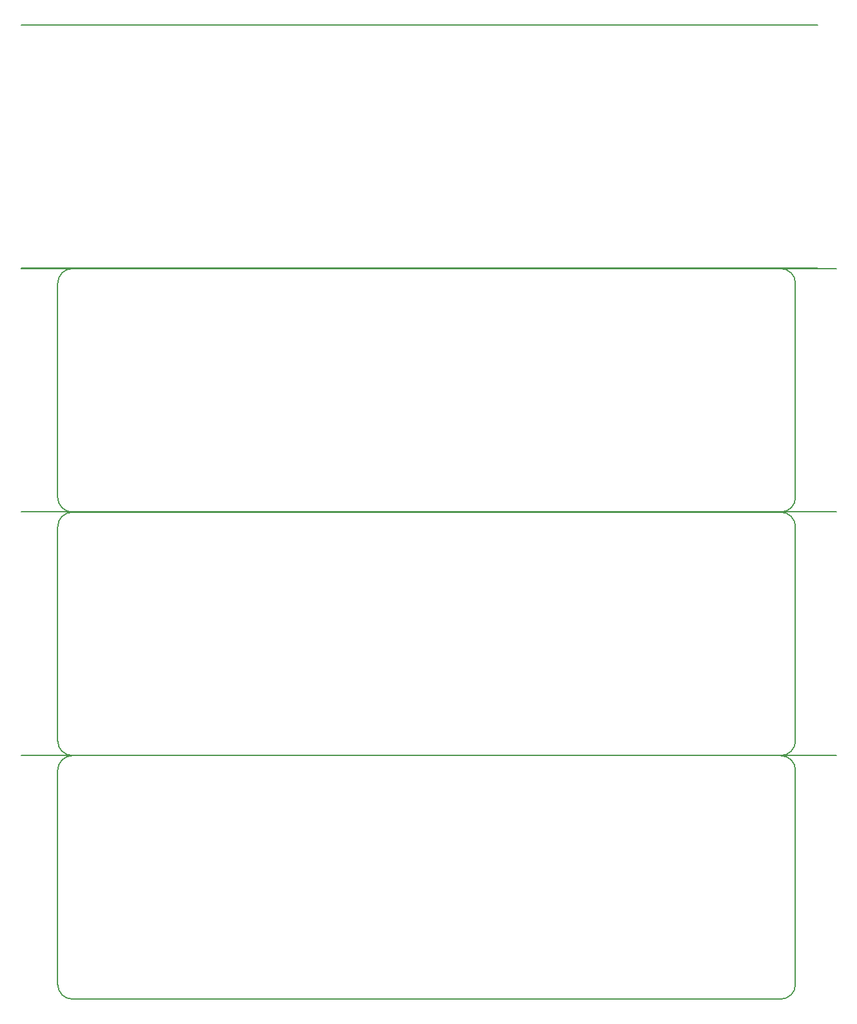
<source format=gbr>
G04 DipTrace 3.2.0.1*
G04 BoardOutline.GBR*
%MOIN*%
G04 #@! TF.FileFunction,Profile*
G04 #@! TF.Part,Single*
%ADD11C,0.005512*%
%FSLAX26Y26*%
G04*
G70*
G90*
G75*
G01*
G04 BoardOutline*
%LPD*%
X78740Y0D2*
D11*
X3858268D1*
G03X3937008Y78740I-2J78742D01*
G01*
Y1220472D1*
G03X3858268Y1299213I-78742J-2D01*
G01*
X78740D1*
G03X0Y1220472I2J-78742D01*
G01*
Y78740D1*
G03X78740Y0I78742J2D01*
G01*
X-196260Y1300000D2*
X4153740D1*
X-196260Y2600000D2*
X4053740D1*
X78740Y1299213D2*
X3858268D1*
G03X3937008Y1377953I-2J78742D01*
G01*
Y2519685D1*
G03X3858268Y2598425I-78742J-2D01*
G01*
X78740D1*
G03X0Y2519685I2J-78742D01*
G01*
Y1377953D1*
G03X78740Y1299213I78742J2D01*
G01*
X-196260Y2599213D2*
X4153740D1*
X-196260Y3899213D2*
X4053740D1*
X78740Y2598425D2*
X3858268D1*
G03X3937008Y2677165I-2J78742D01*
G01*
Y3818898D1*
G03X3858268Y3897638I-78742J-2D01*
G01*
X78740D1*
G03X0Y3818898I2J-78742D01*
G01*
Y2677165D1*
G03X78740Y2598425I78742J2D01*
G01*
X-196260Y3898425D2*
X4153740D1*
X-196260Y5198425D2*
X4053740D1*
M02*

</source>
